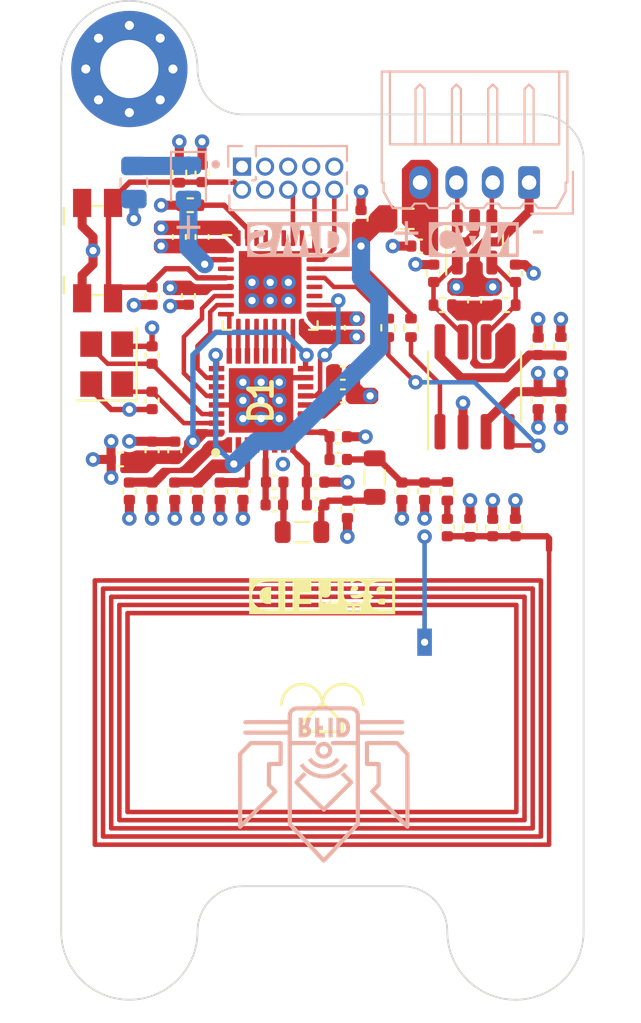
<source format=kicad_pcb>
(kicad_pcb (version 20221018) (generator pcbnew)
  (layers (0 "F.Cu" signal) (1 "In1.Cu" signal) (2 "In2.Cu" signal) (31 "B.Cu" signal) (34 "B.Paste" user) (35 "F.Paste" user) (36 "B.SilkS" user "B.Silkscreen") (37 "F.SilkS" user "F.Silkscreen") (38 "B.Mask" user) (39 "F.Mask" user) (44 "Edge.Cuts" user))
  (net 0 "")
  (net 1 "GND")
  (net 2 "+3V3")
  (net 3 "+5V")
  (net 4 "/Matching NW/RF_TX_OUT")
  (net 5 "/Matching NW/RF_RX_IN1")
  (net 6 "/Matching NW/RF_RX_IN2")
  (net 7 "Net-(D2-K)")
  (net 8 "Net-(U2-D)")
  (net 9 "Net-(U2-R)")
  (net 15 "/TRF/BG")
  (net 16 "/MCU/NRST")
  (net 17 "/TRF/VDD_X")
  (net 18 "/TRF/VDD_A")
  (net 19 "/TRF/VDD_PA")
  (net 20 "/TRF/HSE_IN")
  (net 21 "/TRF/HSE_OUT")
  (net 22 "/CAN/CAN+")
  (net 23 "/CAN/VREF")
  (net 24 "/CAN/CAN-")
  (net 25 "/CAN/CAN_RS")
  (net 26 "/MCU/TRF_IRQ")
  (net 27 "/MCU/TRF_IO_0")
  (net 28 "/MCU/TRF_IO_1")
  (net 29 "/MCU/TRF_IO_2")
  (net 30 "/MCU/TRF_IO_3")
  (net 31 "/MCU/TRF_IO_4")
  (net 32 "/MCU/TRF_IO_5")
  (net 33 "/MCU/TRF_IO_6")
  (net 34 "/MCU/TRF_IO_7")
  (net 35 "/MCU/TRF_DATA_CLK")
  (net 36 "/MCU/TRF_EN")
  (net 37 "/MCU/Strapping/DBG_LED")
  (net 38 "/MCU/SWO")
  (net 39 "/MCU/SWCLK")
  (net 40 "/MCU/SWDIO")
  (net 41 "/MCU/Strapping/BOOT0")
  (net 42 "/CAN/CAN_TX")
  (net 43 "/CAN/CAN_RX")
  (net 44 "/CAN/CAN_CON+")
  (net 45 "/CAN/CAN_CON-")
  (net 50 "/TRF/TRF_MOD")
  (net 54 "/Matching NW/SE_OUT")
  (net 55 "/PCB Antenna/Antenna")
  (net 56 "/CAN/CONN_5V")
  (net 57 "Net-(C30-Pad2)")
  (net 58 "Net-(C32-Pad2)")
  (net 59 "Net-(C35-Pad2)")
  (footprint "Resistor_SMD:R_0402_1005Metric" (layer "F.Cu") (at 128.5 71.75 180)
    (fp_text reference "R6" hide)
    (fp_text value "56R")
  )
  (footprint "Capacitor_SMD:C_0402_1005Metric" (layer "F.Cu") (at 128 70 90)
    (fp_text reference "C21" hide)
    (fp_text value "100n")
  )
  (footprint "Capacitor_SMD:C_0402_1005Metric" (layer "F.Cu") (at 132.5 70 -90)
    (fp_text reference "C23" hide)
    (fp_text value "100n")
  )
  (footprint "Capacitor_SMD:C_0402_1005Metric" (layer "F.Cu") (at 133.75 74.02 90)
    (fp_text reference "C24" hide)
    (fp_text value "100n")
  )
  (footprint "Package_TO_SOT_SMD:SOT-23-6" (layer "F.Cu") (at 130.25 68.27 90)
    (fp_text reference "U3" hide)
    (fp_text value "USBLC6-2")
  )
  (footprint "Capacitor_SMD:C_0402_1005Metric" (layer "F.Cu") (at 127.25 68.5 180)
    (fp_text reference "C29" hide)
    (fp_text value "2u2")
  )
  (footprint "Capacitor_SMD:C_0402_1005Metric" (layer "F.Cu") (at 115.25 64.5 -90)
    (fp_text reference "C8" hide)
    (fp_text value "100n")
  )
  (footprint "Button_Switch_SMD:Panasonic_EVQPUL_EVQPUC" (layer "F.Cu") (at 109.5 68.75 90)
    (fp_text reference "SW1" hide)
    (fp_text value "NRST")
  )
  (footprint "Package_DFN_QFN:QFN-32-1EP_5x5mm_P0.5mm_EP3.45x3.45mm" (layer "F.Cu") (at 119 70.5)
    (fp_text reference "U1" hide)
    (fp_text value "STM32L431KBU6")
  )
  (footprint "MountingHole:MountingHole_3.2mm_M3" (layer "F.Cu") (at 111.25 106.25)
    (fp_text reference "H4" hide)
    (fp_text value "MountingHole_Pad")
  )
  (footprint "Capacitor_SMD:C_0402_1005Metric" (layer "F.Cu") (at 117.5 82 90)
    (fp_text reference "C14" hide)
    (fp_text value "10n")
  )
  (footprint "Resistor_SMD:R_0402_1005Metric" (layer "F.Cu") (at 135 74.02 90)
    (fp_text reference "R9" hide)
    (fp_text value "1k5")
  )
  (footprint "Capacitor_SMD:C_0402_1005Metric" (layer "F.Cu") (at 122.75 80.25)
    (fp_text reference "C35" hide)
    (fp_text value "220p")
  )
  (footprint "Capacitor_SMD:C_0402_1005Metric" (layer "F.Cu") (at 113.75 79.75 -90)
    (fp_text reference "C9" hide)
    (fp_text value "2u2")
  )
  (footprint "Capacitor_SMD:C_0402_1005Metric" (layer "F.Cu") (at 135 77 -90)
    (fp_text reference "C19" hide)
    (fp_text value "2u2")
  )
  (footprint "Capacitor_SMD:C_0402_1005Metric" (layer "F.Cu") (at 123 75.5 180)
    (fp_text reference "C5" hide)
    (fp_text value "2u2")
  )
  (footprint "Inductor_SMD:L_0805_2012Metric" (layer "F.Cu") (at 124.75 81.25 90)
    (fp_text reference "L2" hide)
    (fp_text value "150n")
  )
  (footprint "Capacitor_SMD:C_0402_1005Metric" (layer "F.Cu") (at 133.75 77 -90)
    (fp_text reference "C20" hide)
    (fp_text value "100n")
  )
  (footprint "Resistor_SMD:R_0402_1005Metric" (layer "F.Cu") (at 114 64.5 -90)
    (fp_text reference "R1" hide)
    (fp_text value "47k")
  )
  (footprint "Capacitor_SMD:C_0402_1005Metric" (layer "F.Cu") (at 112.5 82 90)
    (fp_text reference "C11" hide)
    (fp_text value "2u2")
  )
  (footprint "Capacitor_SMD:C_0402_1005Metric" (layer "F.Cu") (at 114 68 -90)
    (fp_text reference "C4" hide)
    (fp_text value "2u2")
  )
  (footprint "Capacitor_SMD:C_0402_1005Metric" (layer "F.Cu") (at 128.75 84 -90)
    (fp_text reference "C27" hide)
    (fp_text value "68p")
  )
  (footprint "Capacitor_SMD:C_0402_1005Metric" (layer "F.Cu") (at 122.75 79 180)
    (fp_text reference "C36" hide)
    (fp_text value "680p")
  )
  (footprint "Inductor_SMD:L_0805_2012Metric" (layer "F.Cu") (at 120.75 84.25)
    (fp_text reference "L1" hide)
    (fp_text value "150n")
  )
  (footprint "Capacitor_SMD:C_0402_1005Metric" (layer "F.Cu") (at 115 82 90)
    (fp_text reference "C16" hide)
    (fp_text value "10n")
  )
  (footprint "Capacitor_SMD:C_0402_1005Metric" (layer "F.Cu") (at 119.25 81.5)
    (fp_text reference "C30" hide)
    (fp_text value "1n5")
  )
  (footprint "Resistor_SMD:R_0402_1005Metric" (layer "F.Cu") (at 130 84 90)
    (fp_text reference "R10" hide)
    (fp_text value "680R")
  )
  (footprint "Capacitor_SMD:C_0402_1005Metric" (layer "F.Cu") (at 130.25 71.5 90)
    (fp_text reference "C22" hide)
    (fp_text value "100n")
  )
  (footprint "MountingHole:MountingHole_3.2mm_M3" (layer "F.Cu") (at 132.5 106.25)
    (fp_text reference "H3" hide)
    (fp_text value "MountingHole_Pad")
  )
  (footprint "Capacitor_SMD:C_0402_1005Metric" (layer "F.Cu") (at 112.5 74.5 -90)
    (fp_text reference "C18" hide)
    (fp_text value "27pF")
  )
  (footprint "Capacitor_SMD:C_0402_1005Metric" (layer "F.Cu") (at 119.23 82.75 180)
    (fp_text reference "C31" hide)
    (fp_text value "1n5")
  )
  (footprint "Capacitor_SMD:C_0402_1005Metric" (layer "F.Cu") (at 115.25 68 -90)
    (fp_text reference "C3" hide)
    (fp_text value "100n")
  )
  (footprint "Capacitor_SMD:C_0402_1005Metric" (layer "F.Cu") (at 124 67 90)
    (fp_text reference "C28" hide)
    (fp_text value "2u2")
  )
  (footprint "Capacitor_SMD:C_0402_1005Metric" (layer "F.Cu") (at 114.5 71.25 90)
    (fp_text reference "C1" hide)
    (fp_text value "100n")
  )
  (footprint "JLC:JLC_Tooling" (layer "F.Cu") (at 108.75 63.75)
    (fp_text reference "H7" hide)
    (fp_text value "~")
  )
  (footprint "Resistor_SMD:R_0402_1005Metric" (layer "F.Cu") (at 132 71.75 180)
    (fp_text reference "R8" hide)
    (fp_text value "56R")
  )
  (footprint "MountingHole:MountingHole_3.2mm_M3_Pad_Via" (layer "F.Cu") (at 111.25 58.75)
    (fp_text reference "H1" hide)
    (fp_text value "MountingHole_Pad")
  )
  (footprint "Capacitor_SMD:C_0402_1005Metric" (layer "F.Cu") (at 121.5 81.5 180)
    (fp_text reference "C33" hide)
    (fp_text value "1n2")
  )
  (footprint "Capacitor_SMD:C_0402_1005Metric" (layer "F.Cu") (at 121.5 82.75)
    (fp_text reference "C32" hide)
    (fp_text value "1n2")
  )
  (footprint "Capacitor_SMD:C_0402_1005Metric" (layer "F.Cu") (at 112.5 71.25 -90)
    (fp_text reference "C7" hide)
    (fp_text value "1u")
  )
  (footprint "Capacitor_SMD:C_0402_1005Metric" (layer "F.Cu") (at 113.75 82 90)
    (fp_text reference "C15" hide)
    (fp_text value "2u2")
  )
  (footprint "Inductor_SMD:L_0805_2012Metric" (layer "F.Cu") (at 126.5 67)
    (fp_text reference "FB2" hide)
    (fp_text value "100 @ 100MHz")
  )
  (footprint "Capacitor_SMD:C_0402_1005Metric" (layer "F.Cu") (at 112.5 77 90)
    (fp_text reference "C17" hide)
    (fp_text value "27pF")
  )
  (footprint "JLC:JLC_Tooling" (layer "F.Cu") (at 127.5 95)
    (fp_text reference "H6" hide)
    (fp_text value "~")
  )
  (footprint "Capacitor_SMD:C_0402_1005Metric" (layer "F.Cu") (at 127.5 82 90)
    (fp_text reference "C38" hide)
    (fp_text value "47p")
  )
  (footprint "Resistor_SMD:R_0402_1005Metric" (layer "F.Cu") (at 128.75 82 -90)
    (fp_text reference "R11" hide)
    (fp_text value "0R")
  )
  (footprint "Capacitor_SMD:C_0402_1005Metric" (layer "F.Cu") (at 122.75 73 90)
    (fp_text reference "C2" hide)
    (fp_text value "100n")
  )
  (footprint "Capacitor_SMD:C_0402_1005Metric" (layer "F.Cu") (at 123 76.75 180)
    (fp_text reference "C6" hide)
    (fp_text value "10n")
  )
  (footprint "Capacitor_SMD:C_0402_1005Metric" (layer "F.Cu") (at 112.5 79.75 -90)
    (fp_text reference "C10" hide)
    (fp_text value "10n")
  )
  (footprint "Capacitor_SMD:C_0402_1005Metric" (layer "F.Cu") (at 111.25 82 90)
    (fp_text reference "C12" hide)
    (fp_text value "10n")
  )
  (footprint "JLC:JLC_Tooling" (layer "F.Cu") (at 116.25 95)
    (fp_text reference "H5" hide)
    (fp_text value "~")
  )
  (footprint "Capacitor_SMD:C_0402_1005Metric" (layer "F.Cu") (at 116.25 82 90)
    (fp_text reference "C13" hide)
    (fp_text value "2u2")
  )
  (footprint "Resistor_SMD:R_0402_1005Metric" (layer "F.Cu") (at 114.6 66.25 180)
    (fp_text reference "R4" hide)
    (fp_text value "10k")
  )
  (footprint "Capacitor_SMD:C_0402_1005Metric" (layer "F.Cu") (at 132.5 84 90)
    (fp_text reference "C25" hide)
    (fp_text value "47p")
  )
  (footprint "Resistor_SMD:R_0402_1005Metric" (layer "F.Cu") (at 126.75 73 -90)
    (fp_text reference "R5" hide)
    (fp_text value "47R")
  )
  (footprint "RF_Antenna:Custom_RFID_1" (layer "F.Cu") (at 109.35 86.4625 180)
    (fp_text reference "AE1" hide)
    (fp_text value "Antenna_Loop")
  )
  (footprint "Resistor_SMD:R_0402_1005Metric" (layer "F.Cu") (at 125.5 73 -90)
    (fp_text reference "R7" hide)
    (fp_text value "47R")
  )
  (footprint "Package_SO:SOIC-8_3.9x4.9mm_P1.27mm" (layer "F.Cu") (at 130.25 76.25 90)
    (fp_text reference "U2" hide)
    (fp_text value "SN65HVD230")
  )
  (footprint "Capacitor_SMD:C_0402_1005Metric" (layer "F.Cu") (at 126.25 82 90)
    (fp_text reference "C37" hide)
    (fp_text value "100p")
  )
  (footprint "Capacitor_SMD:C_0402_1005Metric" (layer "F.Cu") (at 131.25 84 90)
    (fp_text reference "C26" hide)
    (fp_text value "27p")
  )
  (footprint "Crystal:Crystal_SMD_3225-4Pin_3.2x2.5mm" (layer "F.Cu") (at 110 75 90)
    (fp_text reference "Y1" hide)
    (fp_text value "13.56MHz")
  )
  (footprint "SamacSys_Parts:QFN50P500X500X100-33N-D" (layer "F.Cu") (at 118.5 77 90)
    (fp_text reference "D1")
    (fp_text value "TRF7964ARHBR" hide)
  )
  (footprint "Capacitor_SMD:C_0402_1005Metric" (layer "F.Cu") (at 123.25 83 90)
    (fp_text reference "C34" hide)
    (fp_text value "680p")
  )
  (footprint "Resistor_SMD:R_0402_1005Metric" (layer "F.Cu") (at 110.75 80.25)
    (fp_text reference "R3" hide)
    (fp_text value "100R")
  )
  (footprint "Symbol:RFID-Gwent_M" (layer "B.Cu") (at 121.951175 98.530063)
    (fp_text reference "G***" hide)
    (fp_text value "LOGO" hide)
  )
  (footprint "Connector_Molex:Molex_Micro-Latch_53254-0470_1x04_P2.00mm_Horizontal" (layer "B.Cu") (at 133.25 65 180)
    (fp_text reference "J2" hide)
    (fp_text value "Conn_01x04_Pin")
  )
  (footprint "Resistor_SMD:R_0805_2012Metric" (layer "B.Cu") (at 111.5 65 -90)
    (fp_text reference "R2" hide)
    (fp_text value "1k")
  )
  (footprint "Connector_PinHeader_1.27mm:PinHeader_2x05_P1.27mm_Vertical" (layer "B.Cu") (at 117.45 64.125 -90)
    (fp_text reference "J1" hide)
    (fp_text value "SW-Debug")
  )
  (footprint "LED_SMD:LED_0805_2012Metric" (layer "B.Cu") (at 114.5 65 -90)
    (fp_text reference "D2" hide)
    (fp_text value "WT")
  )
  (gr_circle (center 116 64) (end 116.159943 64) (stroke (width 0.15)) (fill solid) (layer "B.SilkS"))
  (gr_arc (start 121.875 93.75) (mid 123 92.625) (end 124.125 93.75) (stroke (width 0.15)) (layer "F.SilkS"))
  (gr_line (start 123 94.75) (end 123 95.25) (stroke (width 0.15)) (layer "F.SilkS"))
  (gr_line (start 120.75 94.75) (end 121.75 93.75) (stroke (width 0.15)) (layer "F.SilkS"))
  (gr_line (start 123 95.25) (end 120.75 95.25) (stroke (width 0.15)) (layer "F.SilkS"))
  (gr_arc (start 119.625 93.75) (mid 120.75 92.625) (end 121.875 93.75) (stroke (width 0.15)) (layer "F.SilkS"))
  (gr_line (start 122 93.75) (end 123 94.75) (stroke (width 0.15)) (layer "F.SilkS"))
  (gr_line (start 121.75 93.75) (end 122 93.75) (stroke (width 0.15)) (layer "F.SilkS"))
  (gr_line (start 120.75 95.25) (end 120.75 94.75) (stroke (width 0.15)) (layer "F.SilkS"))
  (gr_line (start 107.5 58.75) (end 107.5 106.25) (stroke (width 0.1)) (layer "Edge.Cuts"))
  (gr_arc (start 133.75 61.25) (mid 135.517767 61.982233) (end 136.25 63.75) (stroke (width 0.1)) (layer "Edge.Cuts"))
  (gr_arc (start 107.5 58.75) (mid 111.25 55) (end 115 58.75) (stroke (width 0.1)) (layer "Edge.Cuts"))
  (gr_arc (start 115 106.25) (mid 111.25 110) (end 107.5 106.25) (stroke (width 0.1)) (layer "Edge.Cuts"))
  (gr_line (start 136.25 106.25) (end 136.25 63.75) (stroke (width 0.1)) (layer "Edge.Cuts"))
  (gr_arc (start 117.5 61.25) (mid 115.732233 60.517767) (end 115 58.75) (stroke (width 0.1)) (layer "Edge.Cuts"))
  (gr_arc (start 126.25 103.75) (mid 128.017767 104.482233) (end 128.75 106.25) (stroke (width 0.1)) (layer "Edge.Cuts"))
  (gr_arc (start 136.25 106.25) (mid 132.5 110) (end 128.75 106.25) (stroke (width 0.1)) (layer "Edge.Cuts"))
  (gr_line (start 133.75 61.25) (end 117.5 61.25) (stroke (width 0.1)) (layer "Edge.Cuts"))
  (gr_line (start 117.5 103.75) (end 126.25 103.75) (stroke (width 0.1)) (layer "Edge.Cuts"))
  (gr_arc (start 115 106.25) (mid 115.732233 104.482233) (end 117.5 103.75) (stroke (width 0.1)) (layer "Edge.Cuts"))
  (gr_text "+" (at 126.5 67.75 180) (layer "B.SilkS") (effects (font (size 1.5 1.5) (thickness 0.1875)) (justify mirror)))
  (gr_text "+" (at 114.5 67.5) (layer "B.SilkS") (effects (font (size 1.5 1.5)) (justify mirror)))
  (gr_text "-" (at 133.75 67.77 180) (layer "B.SilkS") (effects (font (size 1.5 1.5) (thickness 0.1875)) (justify mirror)))
  (gr_text "CAN" (at 130.25 68 180) (layer "B.SilkS" knockout) (effects (font (size 1.5 1.5) (thickness 0.3) bold) (justify mirror)))
  (gr_text "SWD" (at 117.75 68 180) (layer "B.SilkS" knockout) (effects (font (size 1.5 1.5) (thickness 0.3) bold) (justify left mirror)))
  (gr_text "BärFID" (at 121.9 87.6 180) (layer "F.SilkS" knockout) (effects (font (size 1.5 1.5) (thickness 0.3) bold)))
  (segment (start 135 77.48) (end 135 78.5) (width 0.5) (layer "F.Cu") (net 1))
  (segment (start 133.75 77.48) (end 133.75 78.474694) (width 0.5) (layer "F.Cu") (net 1))
  (segment (start 116.25 82.48) (end 116.25 83.5) (width 0.5) (layer "F.Cu") (net 1))
  (segment (start 109.25 69.5) (end 108.65 70.1) (width 0.5) (layer "F.Cu") (net 1))
  (segment (start 117.75 77.25) (end 118.25 77.25) (width 0.3) (layer "F.Cu") (net 1))
  (segment (start 112.5 71.73) (end 111.52 71.73) (width 0.5) (layer "F.Cu") (net 1))
  (segment (start 124.25 79) (end 123.23 79) (width 0.5) (layer "F.Cu") (net 1))
  (segment (start 116.05 77.25) (end 117.25 77.25) (width 0.3) (layer "F.Cu") (net 1))
  (segment (start 115 82.48) (end 115 83.5) (width 0.5) (layer "F.Cu") (net 1))
  (segment (start 117.5 82.48) (end 117.5 83.5) (width 0.5) (layer "F.Cu") (net 1))
  (segment (start 111.25 77.5) (end 110.25 77.5) (width 0.3) (layer "F.Cu") (net 1))
  (segment (start 124 66.52) (end 124 65.5) (width 0.5) (layer "F.Cu") (net 1))
  (segment (start 111.25 77.5) (end 112.48 77.5) (width 0.3) (layer "F.Cu") (net 1))
  (segment (start 111.25 82.48) (end 111.25 83.5) (width 0.5) (layer "F.Cu") (net 1))
  (segment (start 132.5 83.52) (end 132.5 82.5) (width 0.5) (layer "F.Cu") (net 1))
  (segment (start 133.75 78.474694) (end 133.762653 78.487347) (width 0.5) (layer "F.Cu") (net 1))
  (segment (start 127.020004 69.52) (end 127.000004 69.5) (width 0.5) (layer "F.Cu") (net 1))
  (segment (start 129.615 78.725) (end 129.615 77.135018) (width 0.5) (layer "F.Cu") (net 1))
  (segment (start 132.5 69.52) (end 133.02 69.52) (width 0.5) (layer "F.Cu") (net 1))
  (segment (start 109.25 69.5) (end 109.25 68.75) (width 0.5) (layer "F.Cu") (net 1))
  (segment (start 133.02 69.52) (end 133.5 70) (width 0.5) (layer "F.Cu") (net 1))
  (segment (start 120.95 75.75) (end 119.75 75.75) (width 0.3) (layer "F.Cu") (net 1))
  (segment (start 110.25 77.5) (end 109.15 76.4) (width 0.3) (layer "F.Cu") (net 1))
  (segment (start 113.75 82.48) (end 113.75 83.5) (width 0.5) (layer "F.Cu") (net 1))
  (segment (start 110.85 73.9) (end 110.97 74.02) (width 0.3) (layer "F.Cu") (net 1))
  (segment (start 123.25 84.5) (end 123.25 83.48) (width 0.5) (layer "F.Cu") (net 1))
  (segment (start 119.75 75.75) (end 119.5 76) (width 0.3) (layer "F.Cu") (net 1))
  (segment (start 112.5 74.02) (end 112.5 73.000052) (width 0.3) (layer "F.Cu") (net 1))
  (segment (start 109.25 68.75) (end 109.25 68) (width 0.5) (layer "F.Cu") (net 1))
  (segment (start 130.25 68.846472) (end 130.826472 68.27) (width 0.5) (layer "F.Cu") (net 1))
  (segment (start 129.615 77.135018) (end 129.615009 77.135009) (width 0.5) (layer "F.Cu") (net 1))
  (segment (start 117.5 77) (end 117.75 77.25) (width 0.3) (layer "F.Cu") (net 1))
  (segment (start 130 82.500016) (end 130.000016 82.5) (width 0.5) (layer "F.Cu") (net 1))
  (segment (start 115.25 64.02) (end 115.25 62.75) (width 0.5) (layer "F.Cu") (net 1))
  (segment (start 119.5 78) (end 118.5 77) (width 0.3) (layer "F.Cu") (net 1))
  (segment (start 130.826472 68.27) (end 131.573528 68.27) (width 0.5) (layer "F.Cu") (net 1))
  (segment (start 133.75 73.54) (end 133.75 72.52) (width 0.5) (layer "F.Cu") (net 1))
  (segment (start 112.5 82.48) (end 112.5 83.5) (width 0.5) (layer "F.Cu") (net 1))
  (segment (start 113.02 67.52) (end 113 67.5) (width 0.5) (layer "F.Cu") (net 1))
  (segment (start 119.75 78.25) (end 119.5 78) (width 0.3) (layer "F.Cu") (net 1))
  (segment (start 113.75 79.27) (end 112.5 79.27) (width 0.5) (layer "F.Cu") (net 1))
  (segment (start 114.5 71.73) (end 113.570003 71.73) (width 0.5) (layer "F.Cu") (net 1))
  (segment (start 108.65 70.1) (end 108.65 71.375) (width 0.5) (layer "F.Cu") (net 1))
  (segment (start 131.573528 68.27) (end 133.25 66.593528) (width 0.5) (layer "F.Cu") (net 1))
  (segment (start 108.65 67.4) (end 109.25 68) (width 0.5) (layer "F.Cu") (net 1))
  (segment (start 108.65 66.125) (end 108.65 67.4) (width 0.5) (layer "F.Cu") (net 1))
  (segment (start 130 83.49) (end 130 82.500016) (width 0.5) (layer "F.Cu") (net 1))
  (segment (start 123.73 73.48) (end 123.75 73.5) (width 0.3) (layer "F.Cu") (net 1))
  (segment (start 113.570003 71.73) (end 113.5 71.800003) (width 0.5) (layer "F.Cu") (net 1))
  (segment (start 111.52 71.73) (end 111.5 71.75) (width 0.5) (layer "F.Cu") (net 1))
  (segment (start 131.25 83.52) (end 131.25 82.5) (width 0.5) (layer "F.Cu") (net 1))
  (segment (start 112.5 79.27) (end 112.48 79.25) (width 0.5) (layer "F.Cu") (net 1))
  (segment (start 109.15 76.4) (end 109.15 76.1) (width 0.3) (layer "F.Cu") (net 1))
  (segment (start 128 69.52) (end 127.020004 69.52) (width 0.5) (layer "F.Cu") (net 1))
  (segment (start 126.25 82.48) (end 126.25 83.499974) (width 0.5) (layer "F.Cu") (net 1))
  (segment (start 133.25 66.593528) (end 133.25 65) (width 0.5) (layer "F.Cu") (net 1))
  (segment (start 123.25 81.5) (end 121.98 81.5) (width 0.5) (layer "F.Cu") (net 1))
  (segment (start 120.95 78.25) (end 119.75 78.25) (width 0.3) (layer "F.Cu") (net 1))
  (segment (start 112.48 79.25) (end 111.250024 79.25) (width 0.5) (layer "F.Cu") (net 1))
  (segment (start 117.25 77.25) (end 117.5 77) (width 0.3) (layer "F.Cu") (net 1))
  (segment (start 119.75 79.45) (end 119.75 78.25) (width 0.3) (layer "F.Cu") (net 1))
  (segment (start 130.25 69.4075) (end 130.25 68.846472) (width 0.5) (layer "F.Cu") (net 1))
  (segment (start 110.97 74.02) (end 112.5 74.02) (width 0.3) (layer "F.Cu") (net 1))
  (segment (start 126.77 68.5) (end 125.75 68.5) (width 0.5) (layer "F.Cu") (net 1))
  (segment (start 112.48 77.5) (end 112.5 77.48) (width 0.3) (layer "F.Cu") (net 1))
  (segment (start 127.5 82.48) (end 127.5 83.5) (width 0.5) (layer "F.Cu") (net 1))
  (segment (start 114.09 66.25) (end 113 66.25) (width 0.5) (layer "F.Cu") (net 1))
  (segment (start 118.25 77.25) (end 118.5 77) (width 0.3) (layer "F.Cu") (net 1))
  (segment (start 119.5 76) (end 118.5 77) (width 0.3) (layer "F.Cu") (net 1))
  (segment (start 119.25 77.75) (end 118.5 77) (width 0.3) (layer "F.Cu") (net 1))
  (segment (start 126.25 83.499974) (end 126.250026 83.5) (width 0.5) (layer "F.Cu") (net 1))
  (segment (start 119.25 79.45) (end 119.25 77.75) (width 0.3) (layer "F.Cu") (net 1))
  (via (at 117.5 78) (size 0.8) (drill 0.4) (layers "F.Cu" "B.Cu") (net 1))
  (via (at 109.25 68.75) (size 0.8) (drill 0.4) (layers "F.Cu" "B.Cu") (net 1))
  (via (at 113.75 83.5) (size 0.8) (drill 0.4) (layers "F.Cu" "B.Cu") (net 1))
  (via (at 127.5 84.5) (size 0.8) (drill 0.4) (layers "F.Cu" "B.Cu") (net 1))
  (via (at 111.500002 67) (size 0.8) (drill 0.4) (layers "F.Cu" "B.Cu") (net 1))
  (via (at 111.25 77.5) (size 0.8) (drill 0.4) (layers "F.Cu" "B.Cu") (net 1))
  (via (at 115 83.5) (size 0.8) (drill 0.4) (layers "F.Cu" "B.Cu") (net 1))
  (via (at 111.5 71.75) (size 0.8) (drill 0.4) (layers "F.Cu" "B.Cu") (net 1))
  (via (at 123.25 84.5) (size 0.8) (drill 0.4) (layers "F.Cu" "B.Cu") (net 1))
  (via (at 112.5 73.000052) (size 0.8) (drill 0.4) (layers "F.Cu" "B.Cu") (net 1))
  (via (at 118.5 78) (size 0.8) (drill 0.4) (layers "F.Cu" "B.Cu") (net 1))
  (via (at 118 70.5) (size 0.8) (drill 0.4) (layers "F.Cu" "B.Cu") (net 1))
  (via (at 117.5 77) (size 0.8) (drill 0.4) (layers "F.Cu" "B.Cu") (net 1))
  (via (at 120 71.5) (size 0.8) (drill 0.4) (layers "F.Cu" "B.Cu") (net 1))
  (via (at 111.250024 79.25) (size 0.8) (drill 0.4) (layers "F.Cu" "B.Cu") (net 1))
  (via (at 112.5 83.5) (size 0.8) (drill 0.4) (layers "F.Cu" "B.Cu") (net 1))
  (via (at 130.000016 82.5) (size 0.8) (drill 0.4) (layers "F.Cu" "B.Cu") (net 1))
  (via (at 127.5 83.5) (size 0.8) (drill 0.4) (layers "F.Cu" "B.Cu") (net 1))
  (via (at 119 70.5) (size 0.8) (drill 0.4) (layers "F.Cu" "B.Cu") (net 1))
  (via (at 117.5 83.5) (size 0.8) (drill 0.4) (layers "F.Cu" "B.Cu") (net 1))
  (via (at 129.615009 77.135009) (size 0.8) (drill 0.4) (layers "F.Cu" "B.Cu") (net 1))
  (via (at 118 71.5) (size 0.8) (drill 0.4) (layers "F.Cu" "B.Cu") (net 1))
  (via (at 124.5 76.75) (size 0.8) (drill 0.4) (layers "F.Cu" "B.Cu") (net 1))
  (via (at 133.5 70) (size 0.8) (drill 0.4) (layers "F.Cu" "B.Cu") (net 1))
  (via (at 124 65.5) (size 0.8) (drill 0.4) (layers "F.Cu" "B.Cu") (net 1))
  (via (at 116.25 83.5) (size 0.8) (drill 0.4) (layers "F.Cu" "B.Cu") (net 1))
  (via (at 119.7007 80.5) (size 0.8) (drill 0.4) (layers "F.Cu" "B.Cu") (net 1))
  (via (at 126.250026 83.5) (size 0.8) (drill 0.4) (layers "F.Cu" "B.Cu") (net 1))
  (via (at 113.5 71.800003) (size 0.8) (drill 0.4) (layers "F.Cu" "B.Cu") (net 1))
  (via (at 123.75 73.5) (size 0.8) (drill 0.4) (layers "F.Cu" "B.Cu") (net 1))
  (via (at 133.762653 78.487347) (size 0.8) (drill 0.4) (layers "F.Cu" "B.Cu") (net 1))
  (via (at 117.5 76) (size 0.8) (drill 0.4) (layers "F.Cu" "B.Cu") (net 1))
  (via (at 131.25 82.5) (size 0.8) (drill 0.4) (layers "F.Cu" "B.Cu") (net 1))
  (via (at 119.5 77) (size 0.8) (drill 0.4) (layers "F.Cu" "B.Cu") (net 1))
  (via (at 113 67.5) (size 0.8) (drill 0.4) (layers "F.Cu" "B.Cu") (net 1))
  (via (at 132.5 82.5) (size 0.8) (drill 0.4) (layers "F.Cu" "B.Cu") (net 1))
  (via (at 115.25 62.75) (size 0.8) (drill 0.4) (layers "F.Cu" "B.Cu") (net 1))
  (via (at 119 71.5) (size 0.8) (drill 0.4) (layers "F.Cu" "B.Cu") (net 1))
  (via (at 124.25 79) (size 0.8) (drill 0.4) (layers "F.Cu" "B.Cu") (net 1))
  (via (at 120 70.5) (size 0.8) (drill 0.4) (layers "F.Cu" "B.Cu") (net 1))
  (via (at 118.5 76) (size 0.8) (drill 0.4) (layers "F.Cu" "B.Cu") (net 1))
  (via (at 135 78.5) (size 0.8) (drill 0.4) (layers "F.Cu" "B.Cu") (net 1))
  (via (at 129.25 70.75) (size 0.8) (drill 0.4) (layers "F.Cu" "B.Cu") (net 1))
  (via (at 119.5 76) (size 0.8) (drill 0.4) (layers "F.Cu" "B.Cu") (net 1))
  (via (at 133.75 72.52) (size 0.8) (drill 0.4) (layers "F.Cu" "B.Cu") (net 1))
  (via (at 113 66.25) (size 0.8) (drill 0.4) (layers "F.Cu" "B.Cu") (net 1))
  (via (at 131.25 70.75) (size 0.8) (drill 0.4) (layers "F.Cu" "B.Cu") (net 1))
  (via (at 127.000004 69.5) (size 0.8) (drill 0.4) (layers "F.Cu" "B.Cu") (net 1))
  (via (at 125.75 68.5) (size 0.8) (drill 0.4) (layers "F.Cu" "B.Cu") (net 1))
  (via (at 118.5 77) (size 0.8) (drill 0.4) (layers "F.Cu" "B.Cu") (net 1))
  (via (at 123.25 81.5) (size 0.8) (drill 0.4) (layers "F.Cu" "B.Cu") (net 1))
  (via (at 119.5 78) (size 0.8) (drill 0.4) (layers "F.Cu" "B.Cu") (net 1))
  (via (at 111.25 83.5) (size 0.8) (drill 0.4) (layers "F.Cu" "B.Cu") (net 1))
  (segment (start 127.5 90.3125) (end 127.5 84.5) (width 0.25) (layer "B.Cu") (net 1))
  (segment (start 111.5 65.9125) (end 111.5 66.999998) (width 0.5) (layer "B.Cu") (net 1))
  (segment (start 111.5 66.999998) (end 111.500002 67) (width 0.5) (layer "B.Cu") (net 1))
  (segment (start 114 63.99) (end 114 62.75) (width 0.5) (layer "F.Cu") (net 2))
  (segment (start 135 73.51) (end 135 72.52) (width 0.5) (layer "F.Cu") (net 2))
  (segment (start 110.25 80.26) (end 110.24 80.25) (width 0.5) (layer "F.Cu") (net 2))
  (segment (start 113.02 68.48) (end 113 68.5) (width 0.5) (layer "F.Cu") (net 2))
  (segment (start 135 76.52) (end 135 75.5) (width 0.5) (layer "F.Cu") (net 2))
  (segment (start 110.25 81.25) (end 110.25 80.26) (width 0.5) (layer "F.Cu") (net 2))
  (segment (start 110.24 79.259998) (end 110.25 79.249998) (width 0.5) (layer "F.Cu") (net 2))
  (segment (start 110.24 80.25) (end 109.25 80.25) (width 0.5) (layer "F.Cu") (net 2))
  (segment (start 133.75 76.52) (end 132.536472 76.52) (width 0.5) (layer "F.Cu") (net 2))
  (segment (start 133.75 76.52) (end 133.75 75.5) (width 0.5) (layer "F.Cu") (net 2))
  (segment (start 132.536472 76.52) (end 130.885 78.171472) (width 0.5) (layer "F.Cu") (net 2))
  (segment (start 123.73 72.52) (end 123.75 72.5) (width 0.3) (layer "F.Cu") (net 2))
  (segment (start 110.24 80.25) (end 110.24 79.259998) (width 0.5) (layer "F.Cu") (net 2))
  (segment (start 133.75 76.52) (end 135 76.52) (width 0.5) (layer "F.Cu") (net 2))
  (segment (start 130.885 78.171472) (end 130.885 78.725) (width 0.5) (layer "F.Cu") (net 2))
  (via (at 109.25 80.25) (size 0.8) (drill 0.4) (layers "F.Cu" "B.Cu") (net 2))
  (via (at 110.25 81.25) (size 0.8) (drill 0.4) (layers "F.Cu" "B.Cu") (net 2))
  (via (at 114 62.75) (size 0.8) (drill 0.4) (layers "F.Cu" "B.Cu") (net 2))
  (via (at 113.5 70.8) (size 0.8) (drill 0.4) (layers "F.Cu" "B.Cu") (net 2))
  (via (at 123.75 72.5) (size 0.8) (drill 0.4) (layers "F.Cu" "B.Cu") (net 2))
  (via (at 133.75 75.5) (size 0.8) (drill 0.4) (layers "F.Cu" "B.Cu") (net 2))
  (via (at 135 72.52) (size 0.8) (drill 0.4) (layers "F.Cu" "B.Cu") (net 2))
  (via (at 113 68.5) (size 0.8) (drill 0.4) (layers "F.Cu" "B.Cu") (net 2))
  (via (at 135 75.5) (size 0.8) (drill 0.4) (layers "F.Cu" "B.Cu") (net 2))
  (via (at 110.25 79.249998) (size 0.8) (drill 0.4) (layers "F.Cu" "B.Cu") (net 2))
  (segment (start 116.05 74.55) (end 116 74.5) (width 0.3) (layer "F.Cu") (net 3))
  (segment (start 116.05 75.25) (end 116.05 74.55) (width 0.3) (layer "F.Cu") (net 3))
  (segment (start 117.25 80.25) (end 117 80.5) (width 0.3) (layer "F.Cu") (net 3))
  (segment (start 117.25 79.45) (end 117.25 80.25) (width 0.3) (layer "F.Cu") (net 3))
  (via (at 116 74.5) (size 0.8) (drill 0.4) (layers "F.Cu" "B.Cu") (net 3))
  (via (at 117 80.5) (size 0.8) (drill 0.4) (layers "F.Cu" "B.Cu") (net 3))
  (via (at 124 68.5) (size 0.8) (drill 0.4) (layers "F.Cu" "B.Cu") (net 3))
  (segment (start 118.25 79.25) (end 117 80.5) (width 1) (layer "B.Cu") (net 3))
  (segment (start 119.875 79.25) (end 118.25 79.25) (width 1) (layer "B.Cu") (net 3))
  (segment (start 117 80.5) (end 116 79.5) (width 0.3) (layer "B.Cu") (net 3))
  (segment (start 124 68.5) (end 124 70.25) (width 1) (layer "B.Cu") (net 3))
  (segment (start 125 74.125) (end 119.875 79.25) (width 1) (layer "B.Cu") (net 3))
  (segment (start 125 71.25) (end 125 74.125) (width 1) (layer "B.Cu") (net 3))
  (segment (start 124 70.25) (end 125 71.25) (width 1) (layer "B.Cu") (net 3))
  (segment (start 116 79.5) (end 116 74.5) (width 0.3) (layer "B.Cu") (net 3))
  (segment (start 118.75 80.24965) (end 118.75 82.75) (width 0.3493) (layer "F.Cu") (net 4))
  (segment (start 118.75 79.45) (end 118.75 80.24965) (width 0.3) (layer "F.Cu") (net 4))
  (segment (start 120.25 79.75) (end 120.5 80) (width 0.3) (layer "F.Cu") (net 5))
  (segment (start 121.02 80.52) (end 120.5 80) (width 0.3493) (layer "F.Cu") (net 5))
  (segment (start 121.02 81.5) (end 121.02 80.52) (width 0.3493) (layer "F.Cu") (net 5))
  (segment (start 120.25 79.45) (end 120.25 79.75) (width 0.3) (layer "F.Cu") (net 5))
  (segment (start 121.02 81.5) (end 121.02 82.75) (width 0.3493) (layer "F.Cu") (net 5))
  (segment (start 122.27 79) (end 122.02 78.75) (width 0.3493) (layer "F.Cu") (net 6))
  (segment (start 120.95 78.75) (end 121.75 78.75) (width 0.3) (layer "F.Cu") (net 6))
  (segment (start 122.02 78.75) (end 121.75 78.75) (width 0.3493) (layer "F.Cu") (net 6))
  (segment (start 122.27 80.25) (end 122.27 79) (width 0.3493) (layer "F.Cu") (net 6))
  (segment (start 111.5 64.0875) (end 114.475 64.0875) (width 1) (layer "B.Cu") (net 7))
  (segment (start 114.475 64.0875) (end 114.5 64.0625) (width 1) (layer "B.Cu") (net 7))
  (segment (start 126.75 73.51) (end 126.75 74.5) (width 0.25) (layer "F.Cu") (net 8))
  (segment (start 128.345 76.095) (end 128.345 78.725) (width 0.25) (layer "F.Cu") (net 8))
  (segment (start 126.75 74.5) (end 128.345 76.095) (width 0.25) (layer "F.Cu") (net 8))
  (segment (start 126.995 76) (end 127 76) (width 0.25) (layer "F.Cu") (net 9))
  (segment (start 125.5 74.505) (end 126.995 76) (width 0.25) (layer "F.Cu") (net 9))
  (segment (start 132.25 79.48) (end 133.73 79.48) (width 0.25) (layer "F.Cu") (net 9))
  (segment (start 132.155 78.725) (end 132.25 78.82) (width 0.25) (layer "F.Cu") (net 9))
  (segment (start 133.73 79.48) (end 133.75 79.5) (width 0.25) (layer "F.Cu") (net 9))
  (segment (start 125.5 73.51) (end 125.5 74.505) (width 0.25) (layer "F.Cu") (net 9))
  (segment (start 132.25 78.82) (end 132.25 79.48) (width 0.25) (layer "F.Cu") (net 9))
  (via (at 133.75 79.5) (size 0.8) (drill 0.4) (layers "F.Cu" "B.Cu") (net 9))
  (via (at 127 76) (size 0.8) (drill 0.4) (layers "F.Cu" "B.Cu") (net 9))
  (segment (start 130.25 76) (end 127 76) (width 0.25) (layer "B.Cu") (net 9))
  (segment (start 133.75 79.5) (end 130.25 76) (width 0.25) (layer "B.Cu") (net 9))
  (segment (start 110.1 66.375) (end 110.1 71.125) (width 0.3) (layer "F.Cu") (net 16))
  (segment (start 114.482965 69.75) (end 114.982965 70.25) (width 0.3) (layer "F.Cu") (net 16))
  (segment (start 112.5 70.77) (end 112.5 70.5) (width 0.3) (layer "F.Cu") (net 16))
  (segment (start 113.25 69.75) (end 114.482965 69.75) (width 0.3) (layer "F.Cu") (net 16))
  (segment (start 110.35 71.09) (end 110.67 70.77) (width 0.3) (layer "F.Cu") (net 16))
  (segment (start 110.35 66.125) (end 110.1 66.375) (width 0.3) (layer "F.Cu") (net 16))
  (segment (start 110.1 71.125) (end 110.35 71.375) (width 0.3) (layer "F.Cu") (net 16))
  (segment (start 112.5 70.5) (end 113.25 69.75) (width 0.3) (layer "F.Cu") (net 16))
  (segment (start 117.035 64.98) (end 117.45 65.395) (width 0.3) (layer "F.Cu") (net 16))
  (segment (start 115.25 64.98) (end 111.27 64.98) (width 0.3) (layer "F.Cu") (net 16))
  (segment (start 111.27 64.98) (end 110.35 65.9) (width 0.3) (layer "F.Cu") (net 16))
  (segment (start 114.982965 70.25) (end 116.5625 70.25) (width 0.3) (layer "F.Cu") (net 16))
  (segment (start 110.35 65.9) (end 110.35 66.125) (width 0.3) (layer "F.Cu") (net 16))
  (segment (start 115.25 64.98) (end 117.035 64.98) (width 0.3) (layer "F.Cu") (net 16))
  (segment (start 110.67 70.77) (end 112.5 70.77) (width 0.3) (layer "F.Cu") (net 16))
  (segment (start 110.35 71.375) (end 110.35 71.09) (width 0.3) (layer "F.Cu") (net 16))
  (segment (start 112.5 70.77) (end 112.48 70.75) (width 0.3) (layer "F.Cu") (net 16))
  (segment (start 120.95 75.25) (end 120.95 74.55) (width 0.3) (layer "F.Cu") (net 17))
  (segment (start 120.95 74.55) (end 121 74.5) (width 0.3) (layer "F.Cu") (net 17))
  (via (at 114.75 79.25) (size 0.8) (drill 0.4) (layers "F.Cu" "B.Cu") (net 17))
  (via (at 121 74.5) (size 0.8) (drill 0.4) (layers "F.Cu" "B.Cu") (net 17))
  (segment (start 119.75 73.25) (end 121 74.5) (width 0.3) (layer "B.Cu") (net 17))
  (segment (start 116 73.25) (end 119.75 73.25) (width 0.3) (layer "B.Cu") (net 17))
  (segment (start 114.75 74.5) (end 116 73.25) (width 0.3) (layer "B.Cu") (net 17))
  (segment (start 114.75 79.25) (end 114.75 74.5) (width 0.3) (layer "B.Cu") (net 17))
  (segment (start 117.75 81.27) (end 117.75 79.45) (width 0.3) (layer "F.Cu") (net 19))
  (segment (start 117.5 81.52) (end 117.75 81.27) (width 0.3) (layer "F.Cu") (net 19))
  (segment (start 117.75 79.45) (end 118.25 79.45) (width 0.3) (layer "F.Cu") (net 19))
  (segment (start 117.5 81.52) (end 116.25 81.52) (width 0.5) (layer "F.Cu") (net 19))
  (segment (start 114.25 78.25) (end 116.05 78.25) (width 0.25) (layer "F.Cu") (net 20))
  (segment (start 111.1 76.17) (end 111 76.27) (width 0.25) (layer "F.Cu") (net 20))
  (segment (start 111.27 76.52) (end 112.5 76.52) (width 0.25) (layer "F.Cu") (net 20))
  (segment (start 111.1 76.12) (end 111.1 76.17) (width 0.25) (layer "F.Cu") (net 20))
  (segment (start 112.5 76.52) (end 112.52 76.52) (width 0.25) (layer "F.Cu") (net 20))
  (segment (start 110.85 76.1) (end 111.27 76.52) (width 0.25) (layer "F.Cu") (net 20))
  (segment (start 112.52 76.52) (end 114.25 78.25) (width 0.25) (layer "F.Cu") (net 20))
  (segment (start 115.25 77.75) (end 116.05 77.75) (width 0.25) (layer "F.Cu") (net 21))
  (segment (start 109.15 73.9) (end 109.15 74.075) (width 0.25) (layer "F.Cu") (net 21))
  (segment (start 110.055 74.98) (end 112.5 74.98) (width 0.25) (layer "F.Cu") (net 21))
  (segment (start 109.15 74.075) (end 110.055 74.98) (width 0.25) (layer "F.Cu") (net 21))
  (segment (start 112.5 75) (end 115.25 77.75) (width 0.25) (layer "F.Cu") (net 21))
  (segment (start 112.5 74.98) (end 112.5 75) (width 0.25) (layer "F.Cu") (net 21))
  (segment (start 129.615 73.398249) (end 129.615 73.775) (width 0.25) (layer "F.Cu") (net 22))
  (segment (start 127.99 71.773249) (end 129.615 73.398249) (width 0.25) (layer "F.Cu") (net 22))
  (segment (start 127.99 71.75) (end 127.99 71.773249) (width 0.25) (layer "F.Cu") (net 22))
  (segment (start 128 70.48) (end 128.2275 70.48) (width 0.25) (layer "F.Cu") (net 22))
  (segment (start 127.99 71.75) (end 127.99 70.49) (width 0.25) (layer "F.Cu") (net 22))
  (segment (start 127.99 70.49) (end 128 70.48) (width 0.25) (layer "F.Cu") (net 22))
  (segment (start 129.615 73.775) (end 129.615 73.375) (width 0.25) (layer "F.Cu") (net 22))
  (segment (start 128.2275 70.48) (end 129.3 69.4075) (width 0.25) (layer "F.Cu") (net 22))
  (segment (start 130.885 73.775) (end 130.885 73.375) (width 0.25) (layer "F.Cu") (net 24))
  (segment (start 131.2 69.4075) (end 132.2725 70.48) (width 0.25) (layer "F.Cu") (net 24))
  (segment (start 132.2725 70.48) (end 132.5 70.48) (width 0.25) (layer "F.Cu") (net 24))
  (segment (start 132.51 71.75) (end 132.51 70.49) (width 0.25) (layer "F.Cu") (net 24))
  (segment (start 130.885 73.375) (end 132.51 71.75) (width 0.25) (layer "F.Cu") (net 24))
  (segment (start 132.51 70.49) (end 132.5 70.48) (width 0.25) (layer "F.Cu") (net 24))
  (segment (start 133.253528 74.5) (end 133.75 74.5) (width 0.5) (layer "F.Cu") (net 25))
  (segment (start 133.75 74.5) (end 134.97 74.5) (width 0.5) (layer "F.Cu") (net 25))
  (segment (start 132.003528 75.75) (end 133.253528 74.5) (width 0.5) (layer "F.Cu") (net 25))
  (segment (start 129.5 75.75) (end 132.003528 75.75) (width 0.5) (layer "F.Cu") (net 25))
  (segment (start 128.345 73.775) (end 128.345 74.595) (width 0.5) (layer "F.Cu") (net 25))
  (segment (start 128.345 74.595) (end 129.5 75.75) (width 0.5) (layer "F.Cu") (net 25))
  (segment (start 122.5 71.75) (end 122.75 71.5) (width 0.25) (layer "F.Cu") (net 26))
  (segment (start 121.75 74.75) (end 122 74.5) (width 0.25) (layer "F.Cu") (net 26))
  (segment (start 121.75 76.5) (end 121.75 74.75) (width 0.25) (layer "F.Cu") (net 26))
  (segment (start 121.4375 71.75) (end 122.5 71.75) (width 0.25) (layer "F.Cu") (net 26))
  (segment (start 121.5 76.75) (end 121.75 76.5) (width 0.25) (layer "F.Cu") (net 26))
  (segment (start 120.95 76.75) (end 121.5 76.75) (width 0.25) (layer "F.Cu") (net 26))
  (via (at 122.75 71.5) (size 0.8) (drill 0.4) (layers "F.Cu" "B.Cu") (net 26))
  (via (at 122 74.5) (size 0.8) (drill 0.4) (layers "F.Cu" "B.Cu") (net 26))
  (segment (start 122.75 73.75) (end 122 74.5) (width 0.25) (layer "B.Cu") (net 26))
  (segment (start 122.75 71.5) (end 122.75 73.75) (width 0.25) (layer "B.Cu") (net 26))
  (segment (start 120.25 74.55) (end 120.25 72.9375) (width 0.25) (layer "F.Cu") (net 27))
  (segment (start 119.75 74.55) (end 119.75 72.9375) (width 0.25) (layer "F.Cu") (net 28))
  (segment (start 119.25 74.55) (end 119.25 72.9375) (width 0.25) (layer "F.Cu") (net 29))
  (segment (start 118.75 74.55) (end 118.75 72.9375) (width 0.25) (layer "F.Cu") (net 30))
  (segment (start 118.25 74.55) (end 118.25 72.9375) (width 0.25) (layer "F.Cu") (net 31))
  (segment (start 117.75 74.55) (end 117.75 72.9375) (width 0.25) (layer "F.Cu") (net 32))
  (segment (start 117.25 74.55) (end 117.25 72.9375) (width 0.25) (layer "F.Cu") (net 33))
  (segment (start 116.75 72.25) (end 116.75 74.55) (width 0.25) (layer "F.Cu") (net 34))
  (segment (start 116.5625 72.25) (end 116.75 72.25) (width 0.25) (layer "F.Cu") (net 34))
  (segment (start 115.5 75.75) (end 116.05 75.75) (width 0.25) (layer "F.Cu") (net 35))
  (segment (start 115.7 73.3) (end 115.7 72.126992) (width 0.25) (layer "F.Cu") (net 35))
  (segment (start 115.7 72.126992) (end 116.076992 71.75) (width 0.25) (layer "F.Cu") (net 35))
  (segment (start 115 75.25) (end 115.5 75.75) (width 0.25) (layer "F.Cu") (net 35))
  (segment (start 116.076992 71.75) (end 116.5625 71.75) (width 0.25) (layer "F.Cu") (net 35))
  (segment (start 115 74) (end 115.7 73.3) (width 0.25) (layer "F.Cu") (net 35))
  (segment (start 115 75.25) (end 115 74) (width 0.25) (layer "F.Cu") (net 35))
  (segment (start 115.25 71.940596) (end 115.940596 71.25) (width 0.25) (layer "F.Cu") (net 36))
  (segment (start 114.25 75.5) (end 114.25 73.5) (width 0.25) (layer "F.Cu") (net 36))
  (segment (start 116.05 76.75) (end 115.5 76.75) (width 0.25) (layer "F.Cu") (net 36))
  (segment (start 115.25 72.5) (end 115.25 71.940596) (width 0.25) (layer "F.Cu") (net 36))
  (segment (start 115.940596 71.25) (end 116.5625 71.25) (width 0.25) (layer "F.Cu") (net 36))
  (segment (start 115.5 76.75) (end 114.25 75.5) (width 0.25) (layer "F.Cu") (net 36))
  (segment (start 114.25 73.5) (end 115.25 72.5) (width 0.25) (layer "F.Cu") (net 36))
  (segment (start 115.644298 69.25) (end 115.394298 69.5) (width 0.3) (layer "F.Cu") (net 37))
  (segment (start 116.5625 69.25) (end 115.644298 69.25) (width 0.3) (layer "F.Cu") (net 37))
  (via (at 115.394298 69.5) (size 0.8) (drill 0.4) (layers "F.Cu" "B.Cu") (net 37))
  (segment (start 114.5 65.9375) (end 114.5 68.605702) (width 1) (layer "B.Cu") (net 37))
  (segment (start 114.5 68.605702) (end 115.394298 69.5) (width 1) (layer "B.Cu") (net 37))
  (segment (start 120.25 65.655) (end 119.99 65.395) (width 0.25) (layer "F.Cu") (net 38))
  (segment (start 120.25 68.0625) (end 120.25 65.655) (width 0.25) (layer "F.Cu") (net 38))
  (segment (start 121.4375 65.5725) (end 121.26 65.395) (width 0.25) (layer "F.Cu") (net 39))
  (segment (start 121.4375 68.75) (end 121.4375 65.5725) (width 0.25) (layer "F.Cu") (net 39))
  (segment (start 122.53 68.643008) (end 121.923008 69.25) (width 0.25) (layer "F.Cu") (net 40))
  (segment (start 122.53 65.395) (end 122.53 68.643008) (width 0.25) (layer "F.Cu") (net 40))
  (segment (start 121.923008 69.25) (end 121.4375 69.25) (width 0.25) (layer "F.Cu") (net 40))
  (segment (start 116.458363 66.25) (end 117.75 67.541637) (width 0.3) (layer "F.Cu") (net 41))
  (segment (start 117.75 67.541637) (end 117.75 68.0625) (width 0.3) (layer "F.Cu") (net 41))
  (segment (start 115.11 66.25) (end 116.458363 66.25) (width 0.3) (layer "F.Cu") (net 41))
  (segment (start 126.75 72.25) (end 124.25 69.75) (width 0.25) (layer "F.Cu") (net 42))
  (segment (start 124.25 69.75) (end 121.4375 69.75) (width 0.25) (layer "F.Cu") (net 42))
  (segment (start 126.75 72.49) (end 126.75 72.25) (width 0.25) (layer "F.Cu") (net 42))
  (segment (start 125.49 72.49) (end 123.75 70.75) (width 0.25) (layer "F.Cu") (net 43))
  (segment (start 125.5 72.49) (end 125.49 72.49) (width 0.25) (layer "F.Cu") (net 43))
  (segment (start 123.75 70.75) (end 122.5 70.75) (width 0.25) (layer "F.Cu") (net 43))
  (segment (start 122.5 70.75) (end 122 70.25) (width 0.25) (layer "F.Cu") (net 43))
  (segment (start 122 70.25) (end 121.4375 70.25) (width 0.25) (layer "F.Cu") (net 43))
  (segment (start 129.3 67.1325) (end 129.3 65.05) (width 0.25) (layer "F.Cu") (net 44))
  (segment (start 129.3 65.05) (end 129.25 65) (width 0.25) (layer "F.Cu") (net 44))
  (segment (start 131.2 67.1325) (end 131.2 65.05) (width 0.25) (layer "F.Cu") (net 45))
  (segment (start 131.2 65.05) (end 131.25 65) (width 0.25) (layer "F.Cu") (net 45))
  (segment (start 128.75 83.52) (end 128.75 82.51) (width 0.3493) (layer "F.Cu") (net 54))
  (segment (start 134.23 84.48) (end 134.35 84.6) (width 0.3493) (layer "F.Cu") (net 55))
  (segment (start 128.75 84.48) (end 134.23 84.48) (width 0.3493) (layer "F.Cu") (net 55))
  (segment (start 134.35 84.6) (end 134.35 85.2125) (width 0.3493) (layer "F.Cu") (net 55))
  (segment (start 130.25 67.856522) (end 129.836523 68.27) (width 0.5) (layer "F.Cu") (net 56))
  (segment (start 129.836523 68.27) (end 128.926472 68.27) (width 0.5) (layer "F.Cu") (net 56))
  (segment (start 130.25 67.1325) (end 130.25 67.856522) (width 0.5) (layer "F.Cu") (net 56))
  (segment (start 119.73 81.5) (end 119.73 84.2075) (width 0.3493) (layer "F.Cu") (net 57))
  (segment (start 119.73 84.2075) (end 119.6875 84.25) (width 0.3493) (layer "F.Cu") (net 57))
  (segment (start 121.8125 82.9175) (end 121.98 82.75) (width 0.3493) (layer "F.Cu") (net 58))
  (segment (start 124.5425 82.52) (end 124.75 82.3125) (width 0.3493) (layer "F.Cu") (net 58))
  (segment (start 123.25 82.52) (end 124.5425 82.52) (width 0.3493) (layer "F.Cu") (net 58))
  (segment (start 121.8125 84.25) (end 121.8125 82.9175) (width 0.3493) (layer "F.Cu") (net 58))
  (segment (start 121.98 82.75) (end 122.21 82.52) (width 0.3493) (layer "F.Cu") (net 58))
  (segment (start 122.21 82.52) (end 123.25 82.52) (width 0.3493) (layer "F.Cu") (net 58))
  (segment (start 126.25 81.52) (end 128.72 81.52) (width 0.3493) (layer "F.Cu") (net 59))
  (segment (start 123.23 80.25) (end 124.98 80.25) (width 0.3493) (layer "F.Cu") (net 59))
  (segment (start 128.72 81.52) (end 128.75 81.49) (width 0.3493) (layer "F.Cu") (net 59))
  (segment (start 124.98 80.25) (end 126.25 81.52) (width 0.3493) (layer "F.Cu") (net 59))
  (zone (net 3) (net_name "+5V") (layer "F.Cu") (priority 5) (connect_pads yes (clearance 0.2)) (min_thickness 0.25) (fill yes (thermal_gap 0.5) (thermal_bridge_width 0.5))
    (polygon (pts (xy 113.5 81.75) (xy 115.25 81.75) (xy 116 81) (xy 117 81) (xy 117.25 80.75) (xy 117.25 80.25) (xy 115.75 80.25) (xy 114.75 81.25) (xy 113.5 81.25)))
  )
  (zone (net 1) (net_name "GND") (layer "F.Cu") (priority 13) (connect_pads yes (clearance 0.2)) (min_thickness 0.25) (fill yes (thermal_gap 0.5) (thermal_bridge_width 0.5))
    (polygon (pts (xy 123.35 75) (xy 123.15 75.2) (xy 123.15 77) (xy 123.35 77.2) (xy 124.75 77.2) (xy 124.95 77) (xy 124.95 76.5) (xy 124.75 76.3) (xy 124.15 76.3) (xy 123.95 76.1) (xy 123.95 75.25) (xy 123.75 75)))
  )
  (zone (net 2) (net_name "+3V3") (layer "F.Cu") (priority 4) (connect_pads yes (clearance 0.2)) (min_thickness 0.25) (fill yes (thermal_gap 0.5) (thermal_bridge_width 0.5))
    (polygon (pts (xy 112.6 68.3) (xy 112.6 68.7) (xy 112.8 68.9) (xy 117 68.9) (xy 117 68.6) (xy 116.5 68.1) (xy 112.8 68.1)))
  )
  (zone (net 1) (net_name "GND") (layer "F.Cu") (priority 8) (connect_pads yes (clearance 0.2)) (min_thickness 0.25) (fill yes (thermal_gap 0.5) (thermal_bridge_width 0.5))
    (polygon (pts (xy 129 70.25) (xy 129.5 70.25) (xy 129.75 70) (xy 129.75 69.5) (xy 130 69.25) (xy 130.5 69.25) (xy 130.75 69.5) (xy 130.75 70) (xy 131 70.25) (xy 131.5 70.25) (xy 131.75 70.5) (xy 131.75 71) (xy 131.5 71.25) (xy 129 71.25) (xy 128.75 71) (xy 128.75 70.5)))
  )
  (zone (net 2) (net_name "+3V3") (layer "F.Cu") (priority 11) (connect_pads yes (clearance 0.2)) (min_thickness 0.25) (fill yes (thermal_gap 0.5) (thermal_bridge_width 0.5))
    (polygon (pts (xy 117 71.2) (xy 113.3 71.2) (xy 113.1 71) (xy 113.1 70.6) (xy 113.3 70.4) (xy 113.7 70.4) (xy 117 70.4)))
  )
  (zone (net 56) (net_name "/CAN/CONN_5V") (layer "F.Cu") (priority 14) (connect_pads yes (clearance 0.2)) (min_thickness 0.25) (fill yes (thermal_gap 0.5) (thermal_bridge_width 0.5))
    (polygon (pts (xy 128 69) (xy 128.25 68.75) (xy 128.25 64.25) (xy 127.75 63.75) (xy 126.75 63.75) (xy 126.25 64.25) (xy 126.25 67.25) (xy 127.25 68.25) (xy 127.25 68.75) (xy 127.5 69)))
  )
  (zone (net 2) (net_name "+3V3") (layer "F.Cu") (priority 9) (connect_pads yes (clearance 0.2)) (min_thickness 0.25) (fill yes (thermal_gap 0.5) (thermal_bridge_width 0.5))
    (polygon (pts (xy 121 72.1) (xy 124 72.1) (xy 124.2 72.3) (xy 124.2 72.7) (xy 124 72.9) (xy 123.3 72.9) (xy 121.4 72.9) (xy 121 72.5)))
  )
  (zone (net 1) (net_name "GND") (layer "F.Cu") (priority 2) (connect_pads yes (clearance 0.2)) (min_thickness 0.25) (fill yes (thermal_gap 0.5) (thermal_bridge_width 0.5))
    (polygon (pts (xy 112.6 67.3) (xy 112.8 67.1) (xy 116.8 67.1) (xy 117.25 67.5) (xy 117.25 68.5) (xy 117 68.5) (xy 116.4 67.9) (xy 112.8 67.9) (xy 112.6 67.7)))
  )
  (zone (net 18) (net_name "/TRF/VDD_A") (layer "F.Cu") (priority 6) (connect_pads yes (clearance 0.2)) (min_thickness 0.25) (fill yes (thermal_gap 0.5) (thermal_bridge_width 0.5))
    (polygon (pts (xy 116.75 79) (xy 116.75 79.75) (xy 116.5 80) (xy 115.75 80) (xy 114.75 81) (xy 113.5 81) (xy 112.75 81.75) (xy 111 81.75) (xy 111 81.25) (xy 112.5 81.25) (xy 113.25 80.5) (xy 114.25 80.5) (xy 115.75 79)))
  )
  (zone (net 15) (net_name "/TRF/BG") (layer "F.Cu") (priority 12) (connect_pads yes (clearance 0.2)) (min_thickness 0.25) (fill yes (thermal_gap 0.5) (thermal_bridge_width 0.5))
    (polygon (pts (xy 120.5 77.5) (xy 121.25 77.5) (xy 122 76.75) (xy 122 75.25) (xy 122.25 75) (xy 122.75 75) (xy 123 75.25) (xy 123 77.1) (xy 122 78) (xy 120.5 78)))
  )
  (zone (net 1) (net_name "GND") (layer "F.Cu") (priority 10) (connect_pads yes (clearance 0.2)) (min_thickness 0.25) (fill yes (thermal_gap 0.5) (thermal_bridge_width 0.5))
    (polygon (pts (xy 124 73.9) (xy 124.2 73.7) (xy 124.2 73.3) (xy 124 73.1) (xy 121.3 73.1) (xy 120.75 72.5) (xy 120.5 72.5) (xy 120.5 73.3) (xy 121.1 73.9)))
  )
  (zone (net 23) (net_name "/CAN/VREF") (layer "F.Cu") (priority 3) (connect_pads yes (clearance 0.2)) (min_thickness 0.25) (fill yes (thermal_gap 0.5) (thermal_bridge_width 0.5))
    (polygon (pts (xy 128.75 71.75) (xy 129 71.5) (xy 129.5 71.5) (xy 129.75 71.5) (xy 130.75 71.5) (xy 131 71.5) (xy 131.5 71.5) (xy 131.75 71.75) (xy 131.75 72.25) (xy 131 73) (xy 131.75 73) (xy 132 72.75) (xy 132.25 72.75) (xy 132.5 73) (xy 132.5 74.75) (xy 132 75.25) (xy 130.25 75.25) (xy 130 75) (xy 130 73.5) (xy 128.75 72.25)))
  )
  (zone (net 3) (net_name "+5V") (layer "F.Cu") (priority 15) (connect_pads yes (clearance 0.2)) (min_thickness 0.25) (fill yes (thermal_gap 0.5) (thermal_bridge_width 0.5))
    (polygon (pts (xy 123.75 67) (xy 124.25 67) (xy 125 66.25) (xy 125.75 66.25) (xy 126 66.5) (xy 126 67.5) (xy 125.75 67.75) (xy 125 67.75) (xy 124.5 68.25) (xy 124.5 68.75) (xy 124.25 69) (xy 123.75 69) (xy 123.5 68.75) (xy 123.5 67.25)))
  )
  (zone (net 17) (net_name "/TRF/VDD_X") (layer "F.Cu") (priority 7) (connect_pads yes (clearance 0.2)) (min_thickness 0.25) (fill yes (thermal_gap 0.5) (thermal_bridge_width 0.5))
    (polygon (pts (xy 116.5 78.5) (xy 115 78.5) (xy 113.75 79.75) (xy 111 79.75) (xy 110.75 80) (xy 110.75 81) (xy 112.25 81) (xy 112.75 80.5) (xy 114 80.5) (xy 115.5 79) (xy 116.5 79)))
  )
)
</source>
